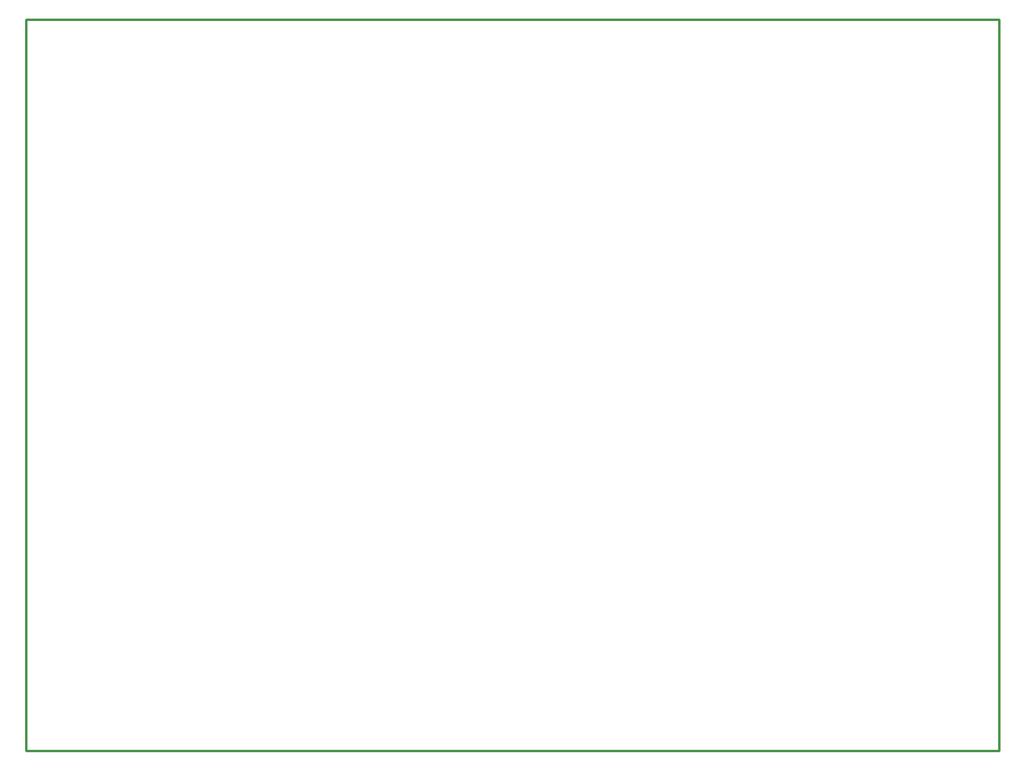
<source format=gbr>
G04 start of page 6 for group 4 idx 4 *
G04 Title: (unknown), outline *
G04 Creator: pcb 1.99z *
G04 CreationDate: Thu 02 Apr 2020 08:31:54 PM GMT UTC *
G04 For: mark *
G04 Format: Gerber/RS-274X *
G04 PCB-Dimensions (mil): 4300.00 3300.00 *
G04 PCB-Coordinate-Origin: lower left *
%MOIN*%
%FSLAX25Y25*%
%LNOUTLINE*%
%ADD89C,0.0100*%
G54D89*X15006Y311494D02*Y9994D01*
X416006D01*
Y311494D01*
X15006D01*
M02*

</source>
